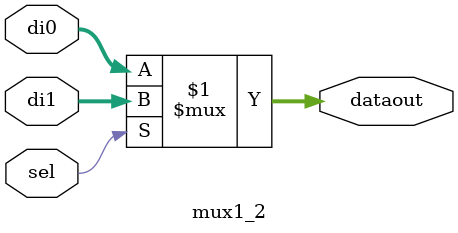
<source format=sv>
module mux1_2(di0,di1,dataout,sel);
  input [7:0] di0,di1;
  input sel;
  output [7:0] dataout;
    
    assign dataout = sel ? di1 : di0;
      
endmodule
</source>
